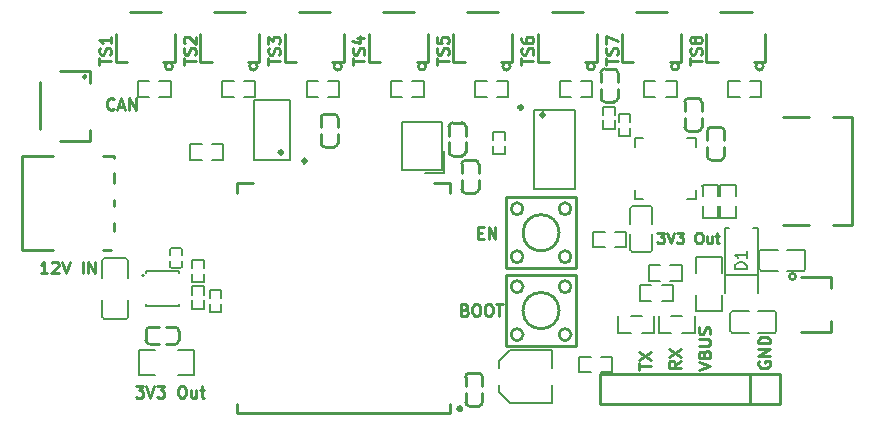
<source format=gbr>
%TF.GenerationSoftware,KiCad,Pcbnew,9.0.6*%
%TF.CreationDate,2026-01-19T16:57:36+01:00*%
%TF.ProjectId,TempWatchtV1,54656d70-5761-4746-9368-7456312e6b69,rev?*%
%TF.SameCoordinates,Original*%
%TF.FileFunction,Legend,Top*%
%TF.FilePolarity,Positive*%
%FSLAX46Y46*%
G04 Gerber Fmt 4.6, Leading zero omitted, Abs format (unit mm)*
G04 Created by KiCad (PCBNEW 9.0.6) date 2026-01-19 16:57:36*
%MOMM*%
%LPD*%
G01*
G04 APERTURE LIST*
%ADD10C,0.250000*%
%ADD11C,0.225000*%
%ADD12C,0.150000*%
%ADD13C,0.300000*%
G04 APERTURE END LIST*
D10*
X153984619Y-95550288D02*
X153984619Y-94978860D01*
X154984619Y-95264574D02*
X153984619Y-95264574D01*
X154937000Y-94693145D02*
X154984619Y-94550288D01*
X154984619Y-94550288D02*
X154984619Y-94312193D01*
X154984619Y-94312193D02*
X154937000Y-94216955D01*
X154937000Y-94216955D02*
X154889380Y-94169336D01*
X154889380Y-94169336D02*
X154794142Y-94121717D01*
X154794142Y-94121717D02*
X154698904Y-94121717D01*
X154698904Y-94121717D02*
X154603666Y-94169336D01*
X154603666Y-94169336D02*
X154556047Y-94216955D01*
X154556047Y-94216955D02*
X154508428Y-94312193D01*
X154508428Y-94312193D02*
X154460809Y-94502669D01*
X154460809Y-94502669D02*
X154413190Y-94597907D01*
X154413190Y-94597907D02*
X154365571Y-94645526D01*
X154365571Y-94645526D02*
X154270333Y-94693145D01*
X154270333Y-94693145D02*
X154175095Y-94693145D01*
X154175095Y-94693145D02*
X154079857Y-94645526D01*
X154079857Y-94645526D02*
X154032238Y-94597907D01*
X154032238Y-94597907D02*
X153984619Y-94502669D01*
X153984619Y-94502669D02*
X153984619Y-94264574D01*
X153984619Y-94264574D02*
X154032238Y-94121717D01*
X153984619Y-93788383D02*
X153984619Y-93121717D01*
X153984619Y-93121717D02*
X154984619Y-93550288D01*
X146824619Y-95550288D02*
X146824619Y-94978860D01*
X147824619Y-95264574D02*
X146824619Y-95264574D01*
X147777000Y-94693145D02*
X147824619Y-94550288D01*
X147824619Y-94550288D02*
X147824619Y-94312193D01*
X147824619Y-94312193D02*
X147777000Y-94216955D01*
X147777000Y-94216955D02*
X147729380Y-94169336D01*
X147729380Y-94169336D02*
X147634142Y-94121717D01*
X147634142Y-94121717D02*
X147538904Y-94121717D01*
X147538904Y-94121717D02*
X147443666Y-94169336D01*
X147443666Y-94169336D02*
X147396047Y-94216955D01*
X147396047Y-94216955D02*
X147348428Y-94312193D01*
X147348428Y-94312193D02*
X147300809Y-94502669D01*
X147300809Y-94502669D02*
X147253190Y-94597907D01*
X147253190Y-94597907D02*
X147205571Y-94645526D01*
X147205571Y-94645526D02*
X147110333Y-94693145D01*
X147110333Y-94693145D02*
X147015095Y-94693145D01*
X147015095Y-94693145D02*
X146919857Y-94645526D01*
X146919857Y-94645526D02*
X146872238Y-94597907D01*
X146872238Y-94597907D02*
X146824619Y-94502669D01*
X146824619Y-94502669D02*
X146824619Y-94264574D01*
X146824619Y-94264574D02*
X146872238Y-94121717D01*
X146824619Y-93264574D02*
X146824619Y-93455050D01*
X146824619Y-93455050D02*
X146872238Y-93550288D01*
X146872238Y-93550288D02*
X146919857Y-93597907D01*
X146919857Y-93597907D02*
X147062714Y-93693145D01*
X147062714Y-93693145D02*
X147253190Y-93740764D01*
X147253190Y-93740764D02*
X147634142Y-93740764D01*
X147634142Y-93740764D02*
X147729380Y-93693145D01*
X147729380Y-93693145D02*
X147777000Y-93645526D01*
X147777000Y-93645526D02*
X147824619Y-93550288D01*
X147824619Y-93550288D02*
X147824619Y-93359812D01*
X147824619Y-93359812D02*
X147777000Y-93264574D01*
X147777000Y-93264574D02*
X147729380Y-93216955D01*
X147729380Y-93216955D02*
X147634142Y-93169336D01*
X147634142Y-93169336D02*
X147396047Y-93169336D01*
X147396047Y-93169336D02*
X147300809Y-93216955D01*
X147300809Y-93216955D02*
X147253190Y-93264574D01*
X147253190Y-93264574D02*
X147205571Y-93359812D01*
X147205571Y-93359812D02*
X147205571Y-93550288D01*
X147205571Y-93550288D02*
X147253190Y-93645526D01*
X147253190Y-93645526D02*
X147300809Y-93693145D01*
X147300809Y-93693145D02*
X147396047Y-93740764D01*
X161844619Y-121370288D02*
X162844619Y-121036955D01*
X162844619Y-121036955D02*
X161844619Y-120703622D01*
X162320809Y-120036955D02*
X162368428Y-119894098D01*
X162368428Y-119894098D02*
X162416047Y-119846479D01*
X162416047Y-119846479D02*
X162511285Y-119798860D01*
X162511285Y-119798860D02*
X162654142Y-119798860D01*
X162654142Y-119798860D02*
X162749380Y-119846479D01*
X162749380Y-119846479D02*
X162797000Y-119894098D01*
X162797000Y-119894098D02*
X162844619Y-119989336D01*
X162844619Y-119989336D02*
X162844619Y-120370288D01*
X162844619Y-120370288D02*
X161844619Y-120370288D01*
X161844619Y-120370288D02*
X161844619Y-120036955D01*
X161844619Y-120036955D02*
X161892238Y-119941717D01*
X161892238Y-119941717D02*
X161939857Y-119894098D01*
X161939857Y-119894098D02*
X162035095Y-119846479D01*
X162035095Y-119846479D02*
X162130333Y-119846479D01*
X162130333Y-119846479D02*
X162225571Y-119894098D01*
X162225571Y-119894098D02*
X162273190Y-119941717D01*
X162273190Y-119941717D02*
X162320809Y-120036955D01*
X162320809Y-120036955D02*
X162320809Y-120370288D01*
X161844619Y-119370288D02*
X162654142Y-119370288D01*
X162654142Y-119370288D02*
X162749380Y-119322669D01*
X162749380Y-119322669D02*
X162797000Y-119275050D01*
X162797000Y-119275050D02*
X162844619Y-119179812D01*
X162844619Y-119179812D02*
X162844619Y-118989336D01*
X162844619Y-118989336D02*
X162797000Y-118894098D01*
X162797000Y-118894098D02*
X162749380Y-118846479D01*
X162749380Y-118846479D02*
X162654142Y-118798860D01*
X162654142Y-118798860D02*
X161844619Y-118798860D01*
X162797000Y-118370288D02*
X162844619Y-118227431D01*
X162844619Y-118227431D02*
X162844619Y-117989336D01*
X162844619Y-117989336D02*
X162797000Y-117894098D01*
X162797000Y-117894098D02*
X162749380Y-117846479D01*
X162749380Y-117846479D02*
X162654142Y-117798860D01*
X162654142Y-117798860D02*
X162558904Y-117798860D01*
X162558904Y-117798860D02*
X162463666Y-117846479D01*
X162463666Y-117846479D02*
X162416047Y-117894098D01*
X162416047Y-117894098D02*
X162368428Y-117989336D01*
X162368428Y-117989336D02*
X162320809Y-118179812D01*
X162320809Y-118179812D02*
X162273190Y-118275050D01*
X162273190Y-118275050D02*
X162225571Y-118322669D01*
X162225571Y-118322669D02*
X162130333Y-118370288D01*
X162130333Y-118370288D02*
X162035095Y-118370288D01*
X162035095Y-118370288D02*
X161939857Y-118322669D01*
X161939857Y-118322669D02*
X161892238Y-118275050D01*
X161892238Y-118275050D02*
X161844619Y-118179812D01*
X161844619Y-118179812D02*
X161844619Y-117941717D01*
X161844619Y-117941717D02*
X161892238Y-117798860D01*
X111094619Y-95550288D02*
X111094619Y-94978860D01*
X112094619Y-95264574D02*
X111094619Y-95264574D01*
X112047000Y-94693145D02*
X112094619Y-94550288D01*
X112094619Y-94550288D02*
X112094619Y-94312193D01*
X112094619Y-94312193D02*
X112047000Y-94216955D01*
X112047000Y-94216955D02*
X111999380Y-94169336D01*
X111999380Y-94169336D02*
X111904142Y-94121717D01*
X111904142Y-94121717D02*
X111808904Y-94121717D01*
X111808904Y-94121717D02*
X111713666Y-94169336D01*
X111713666Y-94169336D02*
X111666047Y-94216955D01*
X111666047Y-94216955D02*
X111618428Y-94312193D01*
X111618428Y-94312193D02*
X111570809Y-94502669D01*
X111570809Y-94502669D02*
X111523190Y-94597907D01*
X111523190Y-94597907D02*
X111475571Y-94645526D01*
X111475571Y-94645526D02*
X111380333Y-94693145D01*
X111380333Y-94693145D02*
X111285095Y-94693145D01*
X111285095Y-94693145D02*
X111189857Y-94645526D01*
X111189857Y-94645526D02*
X111142238Y-94597907D01*
X111142238Y-94597907D02*
X111094619Y-94502669D01*
X111094619Y-94502669D02*
X111094619Y-94264574D01*
X111094619Y-94264574D02*
X111142238Y-94121717D01*
X112094619Y-93169336D02*
X112094619Y-93740764D01*
X112094619Y-93455050D02*
X111094619Y-93455050D01*
X111094619Y-93455050D02*
X111237476Y-93550288D01*
X111237476Y-93550288D02*
X111332714Y-93645526D01*
X111332714Y-93645526D02*
X111380333Y-93740764D01*
X156784619Y-121370288D02*
X156784619Y-120798860D01*
X157784619Y-121084574D02*
X156784619Y-121084574D01*
X156784619Y-120560764D02*
X157784619Y-119894098D01*
X156784619Y-119894098D02*
X157784619Y-120560764D01*
X114187330Y-122744619D02*
X114806377Y-122744619D01*
X114806377Y-122744619D02*
X114473044Y-123125571D01*
X114473044Y-123125571D02*
X114615901Y-123125571D01*
X114615901Y-123125571D02*
X114711139Y-123173190D01*
X114711139Y-123173190D02*
X114758758Y-123220809D01*
X114758758Y-123220809D02*
X114806377Y-123316047D01*
X114806377Y-123316047D02*
X114806377Y-123554142D01*
X114806377Y-123554142D02*
X114758758Y-123649380D01*
X114758758Y-123649380D02*
X114711139Y-123697000D01*
X114711139Y-123697000D02*
X114615901Y-123744619D01*
X114615901Y-123744619D02*
X114330187Y-123744619D01*
X114330187Y-123744619D02*
X114234949Y-123697000D01*
X114234949Y-123697000D02*
X114187330Y-123649380D01*
X115092092Y-122744619D02*
X115425425Y-123744619D01*
X115425425Y-123744619D02*
X115758758Y-122744619D01*
X115996854Y-122744619D02*
X116615901Y-122744619D01*
X116615901Y-122744619D02*
X116282568Y-123125571D01*
X116282568Y-123125571D02*
X116425425Y-123125571D01*
X116425425Y-123125571D02*
X116520663Y-123173190D01*
X116520663Y-123173190D02*
X116568282Y-123220809D01*
X116568282Y-123220809D02*
X116615901Y-123316047D01*
X116615901Y-123316047D02*
X116615901Y-123554142D01*
X116615901Y-123554142D02*
X116568282Y-123649380D01*
X116568282Y-123649380D02*
X116520663Y-123697000D01*
X116520663Y-123697000D02*
X116425425Y-123744619D01*
X116425425Y-123744619D02*
X116139711Y-123744619D01*
X116139711Y-123744619D02*
X116044473Y-123697000D01*
X116044473Y-123697000D02*
X115996854Y-123649380D01*
X117996854Y-122744619D02*
X118187330Y-122744619D01*
X118187330Y-122744619D02*
X118282568Y-122792238D01*
X118282568Y-122792238D02*
X118377806Y-122887476D01*
X118377806Y-122887476D02*
X118425425Y-123077952D01*
X118425425Y-123077952D02*
X118425425Y-123411285D01*
X118425425Y-123411285D02*
X118377806Y-123601761D01*
X118377806Y-123601761D02*
X118282568Y-123697000D01*
X118282568Y-123697000D02*
X118187330Y-123744619D01*
X118187330Y-123744619D02*
X117996854Y-123744619D01*
X117996854Y-123744619D02*
X117901616Y-123697000D01*
X117901616Y-123697000D02*
X117806378Y-123601761D01*
X117806378Y-123601761D02*
X117758759Y-123411285D01*
X117758759Y-123411285D02*
X117758759Y-123077952D01*
X117758759Y-123077952D02*
X117806378Y-122887476D01*
X117806378Y-122887476D02*
X117901616Y-122792238D01*
X117901616Y-122792238D02*
X117996854Y-122744619D01*
X119282568Y-123077952D02*
X119282568Y-123744619D01*
X118853997Y-123077952D02*
X118853997Y-123601761D01*
X118853997Y-123601761D02*
X118901616Y-123697000D01*
X118901616Y-123697000D02*
X118996854Y-123744619D01*
X118996854Y-123744619D02*
X119139711Y-123744619D01*
X119139711Y-123744619D02*
X119234949Y-123697000D01*
X119234949Y-123697000D02*
X119282568Y-123649380D01*
X119615902Y-123077952D02*
X119996854Y-123077952D01*
X119758759Y-122744619D02*
X119758759Y-123601761D01*
X119758759Y-123601761D02*
X119806378Y-123697000D01*
X119806378Y-123697000D02*
X119901616Y-123744619D01*
X119901616Y-123744619D02*
X119996854Y-123744619D01*
X160314619Y-120626003D02*
X159838428Y-120959336D01*
X160314619Y-121197431D02*
X159314619Y-121197431D01*
X159314619Y-121197431D02*
X159314619Y-120816479D01*
X159314619Y-120816479D02*
X159362238Y-120721241D01*
X159362238Y-120721241D02*
X159409857Y-120673622D01*
X159409857Y-120673622D02*
X159505095Y-120626003D01*
X159505095Y-120626003D02*
X159647952Y-120626003D01*
X159647952Y-120626003D02*
X159743190Y-120673622D01*
X159743190Y-120673622D02*
X159790809Y-120721241D01*
X159790809Y-120721241D02*
X159838428Y-120816479D01*
X159838428Y-120816479D02*
X159838428Y-121197431D01*
X159314619Y-120292669D02*
X160314619Y-119626003D01*
X159314619Y-119626003D02*
X160314619Y-120292669D01*
X166942238Y-120673622D02*
X166894619Y-120768860D01*
X166894619Y-120768860D02*
X166894619Y-120911717D01*
X166894619Y-120911717D02*
X166942238Y-121054574D01*
X166942238Y-121054574D02*
X167037476Y-121149812D01*
X167037476Y-121149812D02*
X167132714Y-121197431D01*
X167132714Y-121197431D02*
X167323190Y-121245050D01*
X167323190Y-121245050D02*
X167466047Y-121245050D01*
X167466047Y-121245050D02*
X167656523Y-121197431D01*
X167656523Y-121197431D02*
X167751761Y-121149812D01*
X167751761Y-121149812D02*
X167847000Y-121054574D01*
X167847000Y-121054574D02*
X167894619Y-120911717D01*
X167894619Y-120911717D02*
X167894619Y-120816479D01*
X167894619Y-120816479D02*
X167847000Y-120673622D01*
X167847000Y-120673622D02*
X167799380Y-120626003D01*
X167799380Y-120626003D02*
X167466047Y-120626003D01*
X167466047Y-120626003D02*
X167466047Y-120816479D01*
X167894619Y-120197431D02*
X166894619Y-120197431D01*
X166894619Y-120197431D02*
X167894619Y-119626003D01*
X167894619Y-119626003D02*
X166894619Y-119626003D01*
X167894619Y-119149812D02*
X166894619Y-119149812D01*
X166894619Y-119149812D02*
X166894619Y-118911717D01*
X166894619Y-118911717D02*
X166942238Y-118768860D01*
X166942238Y-118768860D02*
X167037476Y-118673622D01*
X167037476Y-118673622D02*
X167132714Y-118626003D01*
X167132714Y-118626003D02*
X167323190Y-118578384D01*
X167323190Y-118578384D02*
X167466047Y-118578384D01*
X167466047Y-118578384D02*
X167656523Y-118626003D01*
X167656523Y-118626003D02*
X167751761Y-118673622D01*
X167751761Y-118673622D02*
X167847000Y-118768860D01*
X167847000Y-118768860D02*
X167894619Y-118911717D01*
X167894619Y-118911717D02*
X167894619Y-119149812D01*
X125394619Y-95550288D02*
X125394619Y-94978860D01*
X126394619Y-95264574D02*
X125394619Y-95264574D01*
X126347000Y-94693145D02*
X126394619Y-94550288D01*
X126394619Y-94550288D02*
X126394619Y-94312193D01*
X126394619Y-94312193D02*
X126347000Y-94216955D01*
X126347000Y-94216955D02*
X126299380Y-94169336D01*
X126299380Y-94169336D02*
X126204142Y-94121717D01*
X126204142Y-94121717D02*
X126108904Y-94121717D01*
X126108904Y-94121717D02*
X126013666Y-94169336D01*
X126013666Y-94169336D02*
X125966047Y-94216955D01*
X125966047Y-94216955D02*
X125918428Y-94312193D01*
X125918428Y-94312193D02*
X125870809Y-94502669D01*
X125870809Y-94502669D02*
X125823190Y-94597907D01*
X125823190Y-94597907D02*
X125775571Y-94645526D01*
X125775571Y-94645526D02*
X125680333Y-94693145D01*
X125680333Y-94693145D02*
X125585095Y-94693145D01*
X125585095Y-94693145D02*
X125489857Y-94645526D01*
X125489857Y-94645526D02*
X125442238Y-94597907D01*
X125442238Y-94597907D02*
X125394619Y-94502669D01*
X125394619Y-94502669D02*
X125394619Y-94264574D01*
X125394619Y-94264574D02*
X125442238Y-94121717D01*
X125394619Y-93788383D02*
X125394619Y-93169336D01*
X125394619Y-93169336D02*
X125775571Y-93502669D01*
X125775571Y-93502669D02*
X125775571Y-93359812D01*
X125775571Y-93359812D02*
X125823190Y-93264574D01*
X125823190Y-93264574D02*
X125870809Y-93216955D01*
X125870809Y-93216955D02*
X125966047Y-93169336D01*
X125966047Y-93169336D02*
X126204142Y-93169336D01*
X126204142Y-93169336D02*
X126299380Y-93216955D01*
X126299380Y-93216955D02*
X126347000Y-93264574D01*
X126347000Y-93264574D02*
X126394619Y-93359812D01*
X126394619Y-93359812D02*
X126394619Y-93645526D01*
X126394619Y-93645526D02*
X126347000Y-93740764D01*
X126347000Y-93740764D02*
X126299380Y-93788383D01*
X106696377Y-113214675D02*
X106124949Y-113214675D01*
X106410663Y-113214675D02*
X106410663Y-112214675D01*
X106410663Y-112214675D02*
X106315425Y-112357532D01*
X106315425Y-112357532D02*
X106220187Y-112452770D01*
X106220187Y-112452770D02*
X106124949Y-112500389D01*
X107077330Y-112309913D02*
X107124949Y-112262294D01*
X107124949Y-112262294D02*
X107220187Y-112214675D01*
X107220187Y-112214675D02*
X107458282Y-112214675D01*
X107458282Y-112214675D02*
X107553520Y-112262294D01*
X107553520Y-112262294D02*
X107601139Y-112309913D01*
X107601139Y-112309913D02*
X107648758Y-112405151D01*
X107648758Y-112405151D02*
X107648758Y-112500389D01*
X107648758Y-112500389D02*
X107601139Y-112643246D01*
X107601139Y-112643246D02*
X107029711Y-113214675D01*
X107029711Y-113214675D02*
X107648758Y-113214675D01*
X107934473Y-112214675D02*
X108267806Y-113214675D01*
X108267806Y-113214675D02*
X108601139Y-112214675D01*
X109696378Y-113214675D02*
X109696378Y-112214675D01*
X110172568Y-113214675D02*
X110172568Y-112214675D01*
X110172568Y-112214675D02*
X110743996Y-113214675D01*
X110743996Y-113214675D02*
X110743996Y-112214675D01*
X161114619Y-95550288D02*
X161114619Y-94978860D01*
X162114619Y-95264574D02*
X161114619Y-95264574D01*
X162067000Y-94693145D02*
X162114619Y-94550288D01*
X162114619Y-94550288D02*
X162114619Y-94312193D01*
X162114619Y-94312193D02*
X162067000Y-94216955D01*
X162067000Y-94216955D02*
X162019380Y-94169336D01*
X162019380Y-94169336D02*
X161924142Y-94121717D01*
X161924142Y-94121717D02*
X161828904Y-94121717D01*
X161828904Y-94121717D02*
X161733666Y-94169336D01*
X161733666Y-94169336D02*
X161686047Y-94216955D01*
X161686047Y-94216955D02*
X161638428Y-94312193D01*
X161638428Y-94312193D02*
X161590809Y-94502669D01*
X161590809Y-94502669D02*
X161543190Y-94597907D01*
X161543190Y-94597907D02*
X161495571Y-94645526D01*
X161495571Y-94645526D02*
X161400333Y-94693145D01*
X161400333Y-94693145D02*
X161305095Y-94693145D01*
X161305095Y-94693145D02*
X161209857Y-94645526D01*
X161209857Y-94645526D02*
X161162238Y-94597907D01*
X161162238Y-94597907D02*
X161114619Y-94502669D01*
X161114619Y-94502669D02*
X161114619Y-94264574D01*
X161114619Y-94264574D02*
X161162238Y-94121717D01*
X161543190Y-93550288D02*
X161495571Y-93645526D01*
X161495571Y-93645526D02*
X161447952Y-93693145D01*
X161447952Y-93693145D02*
X161352714Y-93740764D01*
X161352714Y-93740764D02*
X161305095Y-93740764D01*
X161305095Y-93740764D02*
X161209857Y-93693145D01*
X161209857Y-93693145D02*
X161162238Y-93645526D01*
X161162238Y-93645526D02*
X161114619Y-93550288D01*
X161114619Y-93550288D02*
X161114619Y-93359812D01*
X161114619Y-93359812D02*
X161162238Y-93264574D01*
X161162238Y-93264574D02*
X161209857Y-93216955D01*
X161209857Y-93216955D02*
X161305095Y-93169336D01*
X161305095Y-93169336D02*
X161352714Y-93169336D01*
X161352714Y-93169336D02*
X161447952Y-93216955D01*
X161447952Y-93216955D02*
X161495571Y-93264574D01*
X161495571Y-93264574D02*
X161543190Y-93359812D01*
X161543190Y-93359812D02*
X161543190Y-93550288D01*
X161543190Y-93550288D02*
X161590809Y-93645526D01*
X161590809Y-93645526D02*
X161638428Y-93693145D01*
X161638428Y-93693145D02*
X161733666Y-93740764D01*
X161733666Y-93740764D02*
X161924142Y-93740764D01*
X161924142Y-93740764D02*
X162019380Y-93693145D01*
X162019380Y-93693145D02*
X162067000Y-93645526D01*
X162067000Y-93645526D02*
X162114619Y-93550288D01*
X162114619Y-93550288D02*
X162114619Y-93359812D01*
X162114619Y-93359812D02*
X162067000Y-93264574D01*
X162067000Y-93264574D02*
X162019380Y-93216955D01*
X162019380Y-93216955D02*
X161924142Y-93169336D01*
X161924142Y-93169336D02*
X161733666Y-93169336D01*
X161733666Y-93169336D02*
X161638428Y-93216955D01*
X161638428Y-93216955D02*
X161590809Y-93264574D01*
X161590809Y-93264574D02*
X161543190Y-93359812D01*
D11*
X158356597Y-109768157D02*
X158913740Y-109768157D01*
X158913740Y-109768157D02*
X158613740Y-110111014D01*
X158613740Y-110111014D02*
X158742311Y-110111014D01*
X158742311Y-110111014D02*
X158828026Y-110153871D01*
X158828026Y-110153871D02*
X158870883Y-110196728D01*
X158870883Y-110196728D02*
X158913740Y-110282442D01*
X158913740Y-110282442D02*
X158913740Y-110496728D01*
X158913740Y-110496728D02*
X158870883Y-110582442D01*
X158870883Y-110582442D02*
X158828026Y-110625300D01*
X158828026Y-110625300D02*
X158742311Y-110668157D01*
X158742311Y-110668157D02*
X158485168Y-110668157D01*
X158485168Y-110668157D02*
X158399454Y-110625300D01*
X158399454Y-110625300D02*
X158356597Y-110582442D01*
X159170883Y-109768157D02*
X159470883Y-110668157D01*
X159470883Y-110668157D02*
X159770883Y-109768157D01*
X159985169Y-109768157D02*
X160542312Y-109768157D01*
X160542312Y-109768157D02*
X160242312Y-110111014D01*
X160242312Y-110111014D02*
X160370883Y-110111014D01*
X160370883Y-110111014D02*
X160456598Y-110153871D01*
X160456598Y-110153871D02*
X160499455Y-110196728D01*
X160499455Y-110196728D02*
X160542312Y-110282442D01*
X160542312Y-110282442D02*
X160542312Y-110496728D01*
X160542312Y-110496728D02*
X160499455Y-110582442D01*
X160499455Y-110582442D02*
X160456598Y-110625300D01*
X160456598Y-110625300D02*
X160370883Y-110668157D01*
X160370883Y-110668157D02*
X160113740Y-110668157D01*
X160113740Y-110668157D02*
X160028026Y-110625300D01*
X160028026Y-110625300D02*
X159985169Y-110582442D01*
X161785169Y-109768157D02*
X161956597Y-109768157D01*
X161956597Y-109768157D02*
X162042312Y-109811014D01*
X162042312Y-109811014D02*
X162128026Y-109896728D01*
X162128026Y-109896728D02*
X162170883Y-110068157D01*
X162170883Y-110068157D02*
X162170883Y-110368157D01*
X162170883Y-110368157D02*
X162128026Y-110539585D01*
X162128026Y-110539585D02*
X162042312Y-110625300D01*
X162042312Y-110625300D02*
X161956597Y-110668157D01*
X161956597Y-110668157D02*
X161785169Y-110668157D01*
X161785169Y-110668157D02*
X161699455Y-110625300D01*
X161699455Y-110625300D02*
X161613740Y-110539585D01*
X161613740Y-110539585D02*
X161570883Y-110368157D01*
X161570883Y-110368157D02*
X161570883Y-110068157D01*
X161570883Y-110068157D02*
X161613740Y-109896728D01*
X161613740Y-109896728D02*
X161699455Y-109811014D01*
X161699455Y-109811014D02*
X161785169Y-109768157D01*
X162942312Y-110068157D02*
X162942312Y-110668157D01*
X162556597Y-110068157D02*
X162556597Y-110539585D01*
X162556597Y-110539585D02*
X162599454Y-110625300D01*
X162599454Y-110625300D02*
X162685169Y-110668157D01*
X162685169Y-110668157D02*
X162813740Y-110668157D01*
X162813740Y-110668157D02*
X162899454Y-110625300D01*
X162899454Y-110625300D02*
X162942312Y-110582442D01*
X163242312Y-110068157D02*
X163585169Y-110068157D01*
X163370883Y-109768157D02*
X163370883Y-110539585D01*
X163370883Y-110539585D02*
X163413740Y-110625300D01*
X163413740Y-110625300D02*
X163499455Y-110668157D01*
X163499455Y-110668157D02*
X163585169Y-110668157D01*
D10*
X112343996Y-99289380D02*
X112296377Y-99337000D01*
X112296377Y-99337000D02*
X112153520Y-99384619D01*
X112153520Y-99384619D02*
X112058282Y-99384619D01*
X112058282Y-99384619D02*
X111915425Y-99337000D01*
X111915425Y-99337000D02*
X111820187Y-99241761D01*
X111820187Y-99241761D02*
X111772568Y-99146523D01*
X111772568Y-99146523D02*
X111724949Y-98956047D01*
X111724949Y-98956047D02*
X111724949Y-98813190D01*
X111724949Y-98813190D02*
X111772568Y-98622714D01*
X111772568Y-98622714D02*
X111820187Y-98527476D01*
X111820187Y-98527476D02*
X111915425Y-98432238D01*
X111915425Y-98432238D02*
X112058282Y-98384619D01*
X112058282Y-98384619D02*
X112153520Y-98384619D01*
X112153520Y-98384619D02*
X112296377Y-98432238D01*
X112296377Y-98432238D02*
X112343996Y-98479857D01*
X112724949Y-99098904D02*
X113201139Y-99098904D01*
X112629711Y-99384619D02*
X112963044Y-98384619D01*
X112963044Y-98384619D02*
X113296377Y-99384619D01*
X113629711Y-99384619D02*
X113629711Y-98384619D01*
X113629711Y-98384619D02*
X114201139Y-99384619D01*
X114201139Y-99384619D02*
X114201139Y-98384619D01*
X142065901Y-116300809D02*
X142208758Y-116348428D01*
X142208758Y-116348428D02*
X142256377Y-116396047D01*
X142256377Y-116396047D02*
X142303996Y-116491285D01*
X142303996Y-116491285D02*
X142303996Y-116634142D01*
X142303996Y-116634142D02*
X142256377Y-116729380D01*
X142256377Y-116729380D02*
X142208758Y-116777000D01*
X142208758Y-116777000D02*
X142113520Y-116824619D01*
X142113520Y-116824619D02*
X141732568Y-116824619D01*
X141732568Y-116824619D02*
X141732568Y-115824619D01*
X141732568Y-115824619D02*
X142065901Y-115824619D01*
X142065901Y-115824619D02*
X142161139Y-115872238D01*
X142161139Y-115872238D02*
X142208758Y-115919857D01*
X142208758Y-115919857D02*
X142256377Y-116015095D01*
X142256377Y-116015095D02*
X142256377Y-116110333D01*
X142256377Y-116110333D02*
X142208758Y-116205571D01*
X142208758Y-116205571D02*
X142161139Y-116253190D01*
X142161139Y-116253190D02*
X142065901Y-116300809D01*
X142065901Y-116300809D02*
X141732568Y-116300809D01*
X142923044Y-115824619D02*
X143113520Y-115824619D01*
X143113520Y-115824619D02*
X143208758Y-115872238D01*
X143208758Y-115872238D02*
X143303996Y-115967476D01*
X143303996Y-115967476D02*
X143351615Y-116157952D01*
X143351615Y-116157952D02*
X143351615Y-116491285D01*
X143351615Y-116491285D02*
X143303996Y-116681761D01*
X143303996Y-116681761D02*
X143208758Y-116777000D01*
X143208758Y-116777000D02*
X143113520Y-116824619D01*
X143113520Y-116824619D02*
X142923044Y-116824619D01*
X142923044Y-116824619D02*
X142827806Y-116777000D01*
X142827806Y-116777000D02*
X142732568Y-116681761D01*
X142732568Y-116681761D02*
X142684949Y-116491285D01*
X142684949Y-116491285D02*
X142684949Y-116157952D01*
X142684949Y-116157952D02*
X142732568Y-115967476D01*
X142732568Y-115967476D02*
X142827806Y-115872238D01*
X142827806Y-115872238D02*
X142923044Y-115824619D01*
X143970663Y-115824619D02*
X144161139Y-115824619D01*
X144161139Y-115824619D02*
X144256377Y-115872238D01*
X144256377Y-115872238D02*
X144351615Y-115967476D01*
X144351615Y-115967476D02*
X144399234Y-116157952D01*
X144399234Y-116157952D02*
X144399234Y-116491285D01*
X144399234Y-116491285D02*
X144351615Y-116681761D01*
X144351615Y-116681761D02*
X144256377Y-116777000D01*
X144256377Y-116777000D02*
X144161139Y-116824619D01*
X144161139Y-116824619D02*
X143970663Y-116824619D01*
X143970663Y-116824619D02*
X143875425Y-116777000D01*
X143875425Y-116777000D02*
X143780187Y-116681761D01*
X143780187Y-116681761D02*
X143732568Y-116491285D01*
X143732568Y-116491285D02*
X143732568Y-116157952D01*
X143732568Y-116157952D02*
X143780187Y-115967476D01*
X143780187Y-115967476D02*
X143875425Y-115872238D01*
X143875425Y-115872238D02*
X143970663Y-115824619D01*
X144684949Y-115824619D02*
X145256377Y-115824619D01*
X144970663Y-116824619D02*
X144970663Y-115824619D01*
X139664619Y-95550288D02*
X139664619Y-94978860D01*
X140664619Y-95264574D02*
X139664619Y-95264574D01*
X140617000Y-94693145D02*
X140664619Y-94550288D01*
X140664619Y-94550288D02*
X140664619Y-94312193D01*
X140664619Y-94312193D02*
X140617000Y-94216955D01*
X140617000Y-94216955D02*
X140569380Y-94169336D01*
X140569380Y-94169336D02*
X140474142Y-94121717D01*
X140474142Y-94121717D02*
X140378904Y-94121717D01*
X140378904Y-94121717D02*
X140283666Y-94169336D01*
X140283666Y-94169336D02*
X140236047Y-94216955D01*
X140236047Y-94216955D02*
X140188428Y-94312193D01*
X140188428Y-94312193D02*
X140140809Y-94502669D01*
X140140809Y-94502669D02*
X140093190Y-94597907D01*
X140093190Y-94597907D02*
X140045571Y-94645526D01*
X140045571Y-94645526D02*
X139950333Y-94693145D01*
X139950333Y-94693145D02*
X139855095Y-94693145D01*
X139855095Y-94693145D02*
X139759857Y-94645526D01*
X139759857Y-94645526D02*
X139712238Y-94597907D01*
X139712238Y-94597907D02*
X139664619Y-94502669D01*
X139664619Y-94502669D02*
X139664619Y-94264574D01*
X139664619Y-94264574D02*
X139712238Y-94121717D01*
X139664619Y-93216955D02*
X139664619Y-93693145D01*
X139664619Y-93693145D02*
X140140809Y-93740764D01*
X140140809Y-93740764D02*
X140093190Y-93693145D01*
X140093190Y-93693145D02*
X140045571Y-93597907D01*
X140045571Y-93597907D02*
X140045571Y-93359812D01*
X140045571Y-93359812D02*
X140093190Y-93264574D01*
X140093190Y-93264574D02*
X140140809Y-93216955D01*
X140140809Y-93216955D02*
X140236047Y-93169336D01*
X140236047Y-93169336D02*
X140474142Y-93169336D01*
X140474142Y-93169336D02*
X140569380Y-93216955D01*
X140569380Y-93216955D02*
X140617000Y-93264574D01*
X140617000Y-93264574D02*
X140664619Y-93359812D01*
X140664619Y-93359812D02*
X140664619Y-93597907D01*
X140664619Y-93597907D02*
X140617000Y-93693145D01*
X140617000Y-93693145D02*
X140569380Y-93740764D01*
X132544619Y-95550288D02*
X132544619Y-94978860D01*
X133544619Y-95264574D02*
X132544619Y-95264574D01*
X133497000Y-94693145D02*
X133544619Y-94550288D01*
X133544619Y-94550288D02*
X133544619Y-94312193D01*
X133544619Y-94312193D02*
X133497000Y-94216955D01*
X133497000Y-94216955D02*
X133449380Y-94169336D01*
X133449380Y-94169336D02*
X133354142Y-94121717D01*
X133354142Y-94121717D02*
X133258904Y-94121717D01*
X133258904Y-94121717D02*
X133163666Y-94169336D01*
X133163666Y-94169336D02*
X133116047Y-94216955D01*
X133116047Y-94216955D02*
X133068428Y-94312193D01*
X133068428Y-94312193D02*
X133020809Y-94502669D01*
X133020809Y-94502669D02*
X132973190Y-94597907D01*
X132973190Y-94597907D02*
X132925571Y-94645526D01*
X132925571Y-94645526D02*
X132830333Y-94693145D01*
X132830333Y-94693145D02*
X132735095Y-94693145D01*
X132735095Y-94693145D02*
X132639857Y-94645526D01*
X132639857Y-94645526D02*
X132592238Y-94597907D01*
X132592238Y-94597907D02*
X132544619Y-94502669D01*
X132544619Y-94502669D02*
X132544619Y-94264574D01*
X132544619Y-94264574D02*
X132592238Y-94121717D01*
X132877952Y-93264574D02*
X133544619Y-93264574D01*
X132497000Y-93502669D02*
X133211285Y-93740764D01*
X133211285Y-93740764D02*
X133211285Y-93121717D01*
X118244619Y-95550288D02*
X118244619Y-94978860D01*
X119244619Y-95264574D02*
X118244619Y-95264574D01*
X119197000Y-94693145D02*
X119244619Y-94550288D01*
X119244619Y-94550288D02*
X119244619Y-94312193D01*
X119244619Y-94312193D02*
X119197000Y-94216955D01*
X119197000Y-94216955D02*
X119149380Y-94169336D01*
X119149380Y-94169336D02*
X119054142Y-94121717D01*
X119054142Y-94121717D02*
X118958904Y-94121717D01*
X118958904Y-94121717D02*
X118863666Y-94169336D01*
X118863666Y-94169336D02*
X118816047Y-94216955D01*
X118816047Y-94216955D02*
X118768428Y-94312193D01*
X118768428Y-94312193D02*
X118720809Y-94502669D01*
X118720809Y-94502669D02*
X118673190Y-94597907D01*
X118673190Y-94597907D02*
X118625571Y-94645526D01*
X118625571Y-94645526D02*
X118530333Y-94693145D01*
X118530333Y-94693145D02*
X118435095Y-94693145D01*
X118435095Y-94693145D02*
X118339857Y-94645526D01*
X118339857Y-94645526D02*
X118292238Y-94597907D01*
X118292238Y-94597907D02*
X118244619Y-94502669D01*
X118244619Y-94502669D02*
X118244619Y-94264574D01*
X118244619Y-94264574D02*
X118292238Y-94121717D01*
X118339857Y-93740764D02*
X118292238Y-93693145D01*
X118292238Y-93693145D02*
X118244619Y-93597907D01*
X118244619Y-93597907D02*
X118244619Y-93359812D01*
X118244619Y-93359812D02*
X118292238Y-93264574D01*
X118292238Y-93264574D02*
X118339857Y-93216955D01*
X118339857Y-93216955D02*
X118435095Y-93169336D01*
X118435095Y-93169336D02*
X118530333Y-93169336D01*
X118530333Y-93169336D02*
X118673190Y-93216955D01*
X118673190Y-93216955D02*
X119244619Y-93788383D01*
X119244619Y-93788383D02*
X119244619Y-93169336D01*
X143152568Y-109770809D02*
X143485901Y-109770809D01*
X143628758Y-110294619D02*
X143152568Y-110294619D01*
X143152568Y-110294619D02*
X143152568Y-109294619D01*
X143152568Y-109294619D02*
X143628758Y-109294619D01*
X144057330Y-110294619D02*
X144057330Y-109294619D01*
X144057330Y-109294619D02*
X144628758Y-110294619D01*
X144628758Y-110294619D02*
X144628758Y-109294619D01*
D12*
X165904819Y-112863094D02*
X164904819Y-112863094D01*
X164904819Y-112863094D02*
X164904819Y-112624999D01*
X164904819Y-112624999D02*
X164952438Y-112482142D01*
X164952438Y-112482142D02*
X165047676Y-112386904D01*
X165047676Y-112386904D02*
X165142914Y-112339285D01*
X165142914Y-112339285D02*
X165333390Y-112291666D01*
X165333390Y-112291666D02*
X165476247Y-112291666D01*
X165476247Y-112291666D02*
X165666723Y-112339285D01*
X165666723Y-112339285D02*
X165761961Y-112386904D01*
X165761961Y-112386904D02*
X165857200Y-112482142D01*
X165857200Y-112482142D02*
X165904819Y-112624999D01*
X165904819Y-112624999D02*
X165904819Y-112863094D01*
X165904819Y-111339285D02*
X165904819Y-111910713D01*
X165904819Y-111624999D02*
X164904819Y-111624999D01*
X164904819Y-111624999D02*
X165047676Y-111720237D01*
X165047676Y-111720237D02*
X165142914Y-111815475D01*
X165142914Y-111815475D02*
X165190533Y-111910713D01*
D10*
%TO.C,U3*%
X122737500Y-124292500D02*
X122737500Y-125072500D01*
X140757500Y-125072500D02*
X140757500Y-124292500D01*
X140757500Y-125072500D02*
X122737500Y-125072500D01*
X124087500Y-105572500D02*
X122737500Y-105572500D01*
X122737500Y-105572500D02*
X122737500Y-106422500D01*
X140757500Y-106422500D02*
X140757500Y-105572500D01*
X140757500Y-105572500D02*
X139427500Y-105572500D01*
X141797500Y-124672500D02*
G75*
G02*
X141437500Y-124672500I-180000J0D01*
G01*
X141437500Y-124672500D02*
G75*
G02*
X141797500Y-124672500I180000J0D01*
G01*
D12*
%TO.C,C5*%
X144950000Y-120640000D02*
X144950000Y-121200000D01*
X144950000Y-122660000D02*
X144950000Y-123220000D01*
X144950000Y-123220000D02*
X144950000Y-123220000D01*
X145890000Y-119710000D02*
X144950000Y-120640000D01*
X145890000Y-124160000D02*
X144950000Y-123220000D01*
X149400000Y-119710000D02*
X145890000Y-119710000D01*
X149400000Y-121200000D02*
X149400000Y-119710000D01*
X149400000Y-124160000D02*
X145890000Y-124160000D01*
X149400000Y-124160000D02*
X149400000Y-122660000D01*
%TO.C,C16*%
X156070000Y-107650000D02*
X156070000Y-109060000D01*
X156070000Y-111270000D02*
X156070000Y-109860000D01*
X157720000Y-107500000D02*
X156220000Y-107500000D01*
X157720000Y-111420000D02*
X156220000Y-111420000D01*
X157870000Y-109060000D02*
X157870000Y-107650000D01*
X157870000Y-109860000D02*
X157870000Y-111270000D01*
X156070000Y-107650000D02*
G75*
G02*
X156220000Y-107500000I150000J0D01*
G01*
X156220000Y-111420000D02*
G75*
G02*
X156070000Y-111270000I0J150000D01*
G01*
X157720000Y-107500000D02*
G75*
G02*
X157870000Y-107650000I0J-150000D01*
G01*
X157870000Y-111270000D02*
G75*
G02*
X157720000Y-111420000I-150000J0D01*
G01*
D10*
%TO.C,CN2*%
X119642857Y-95307500D02*
X119642857Y-92987500D01*
X120612857Y-95307500D02*
X119642857Y-95307500D01*
X123462857Y-91057500D02*
X120822857Y-91057500D01*
X124512857Y-95307500D02*
X124642857Y-95307500D01*
X124642857Y-95307500D02*
X123672857Y-95307500D01*
X124642857Y-95307500D02*
X124642857Y-92987500D01*
X124462857Y-95687500D02*
G75*
G02*
X123822857Y-95687500I-320000J0D01*
G01*
X123822857Y-95687500D02*
G75*
G02*
X124462857Y-95687500I320000J0D01*
G01*
%TO.C,C7*%
X160670000Y-99505000D02*
X160670000Y-98705000D01*
X160670000Y-100065000D02*
X160670000Y-100865000D01*
X160980000Y-98395000D02*
X161780000Y-98395000D01*
X161780000Y-101175000D02*
X160980000Y-101175000D01*
X162090000Y-99505000D02*
X162090000Y-98705000D01*
X162090000Y-100065000D02*
X162090000Y-100865000D01*
X160670000Y-98705000D02*
G75*
G02*
X160980000Y-98395000I310000J0D01*
G01*
X160980000Y-101175000D02*
G75*
G02*
X160670000Y-100865000I0J310000D01*
G01*
X161780000Y-98395000D02*
G75*
G02*
X162090000Y-98705000I0J-310000D01*
G01*
X162090000Y-100865000D02*
G75*
G02*
X161780000Y-101175000I-310000J0D01*
G01*
D12*
%TO.C,U1*%
X147875000Y-99400000D02*
X151415000Y-99400000D01*
X147875000Y-106060000D02*
X147875000Y-99400000D01*
X151415000Y-99400000D02*
X151415000Y-106060000D01*
X151415000Y-106060000D02*
X147875000Y-106060000D01*
D13*
X146925000Y-99170000D02*
G75*
G02*
X146625000Y-99170000I-150000J0D01*
G01*
X146625000Y-99170000D02*
G75*
G02*
X146925000Y-99170000I150000J0D01*
G01*
X148775000Y-99800000D02*
G75*
G02*
X148475000Y-99800000I-150000J0D01*
G01*
X148475000Y-99800000D02*
G75*
G02*
X148775000Y-99800000I150000J0D01*
G01*
D12*
%TO.C,R14*%
X162190000Y-105720000D02*
X162190000Y-106680000D01*
X162190000Y-108500000D02*
X162190000Y-107540000D01*
X163510000Y-105720000D02*
X162190000Y-105720000D01*
X163510000Y-106680000D02*
X163510000Y-105720000D01*
X163510000Y-107540000D02*
X163510000Y-108500000D01*
X163510000Y-108500000D02*
X162190000Y-108500000D01*
D10*
%TO.C,CN11*%
X104580000Y-103255348D02*
X107150000Y-103255348D01*
X104580000Y-111255348D02*
X104580000Y-103255348D01*
X104580000Y-111255348D02*
X107150000Y-111255348D01*
X111410000Y-103255348D02*
X112380000Y-103255348D01*
X111410000Y-111255348D02*
X112120000Y-111255348D01*
X112380000Y-103255348D02*
X112380000Y-103415348D01*
X112380000Y-104695348D02*
X112380000Y-105525348D01*
X112380000Y-106985348D02*
X112380000Y-107525348D01*
X112380000Y-108985348D02*
X112380000Y-109615348D01*
%TO.C,CN7*%
X155357143Y-95307500D02*
X155357143Y-92987500D01*
X156327143Y-95307500D02*
X155357143Y-95307500D01*
X159177143Y-91057500D02*
X156537143Y-91057500D01*
X160227143Y-95307500D02*
X160357143Y-95307500D01*
X160357143Y-95307500D02*
X159387143Y-95307500D01*
X160357143Y-95307500D02*
X160357143Y-92987500D01*
X160177143Y-95687500D02*
G75*
G02*
X159537143Y-95687500I-320000J0D01*
G01*
X159537143Y-95687500D02*
G75*
G02*
X160177143Y-95687500I320000J0D01*
G01*
D12*
%TO.C,R2*%
X121502857Y-96967500D02*
X121502857Y-98287500D01*
X121502857Y-98287500D02*
X122462857Y-98287500D01*
X122462857Y-96967500D02*
X121502857Y-96967500D01*
X123322857Y-96967500D02*
X124282857Y-96967500D01*
X124282857Y-96967500D02*
X124282857Y-98287500D01*
X124282857Y-98287500D02*
X123322857Y-98287500D01*
D10*
%TO.C,C8*%
X115050000Y-118900000D02*
X115050000Y-118100000D01*
X116160000Y-117790000D02*
X115360000Y-117790000D01*
X116160000Y-119210000D02*
X115360000Y-119210000D01*
X116720000Y-117790000D02*
X117520000Y-117790000D01*
X116720000Y-119210000D02*
X117520000Y-119210000D01*
X117830000Y-118100000D02*
X117830000Y-118900000D01*
X115050000Y-118100000D02*
G75*
G02*
X115360000Y-117790000I310000J0D01*
G01*
X115360000Y-119210000D02*
G75*
G02*
X115050000Y-118900000I0J310000D01*
G01*
X117520000Y-117790000D02*
G75*
G02*
X117830000Y-118100000I0J-310000D01*
G01*
X117830000Y-118900000D02*
G75*
G02*
X117520000Y-119210000I-310000J0D01*
G01*
D12*
%TO.C,R17*%
X157635000Y-112515000D02*
X158595000Y-112515000D01*
X157635000Y-113835000D02*
X157635000Y-112515000D01*
X158595000Y-113835000D02*
X157635000Y-113835000D01*
X159455000Y-113835000D02*
X160415000Y-113835000D01*
X160415000Y-112515000D02*
X159455000Y-112515000D01*
X160415000Y-113835000D02*
X160415000Y-112515000D01*
%TO.C,U7*%
X115040000Y-113000000D02*
X115040000Y-113150000D01*
X115040000Y-113000000D02*
X117840000Y-113000000D01*
X115040000Y-115850000D02*
X115040000Y-116000000D01*
X115040000Y-116000000D02*
X117840000Y-116000000D01*
X117840000Y-113000000D02*
X117840000Y-113150000D01*
X117840000Y-115850000D02*
X117840000Y-116000000D01*
X114870000Y-113410000D02*
G75*
G02*
X114710000Y-113410000I-80000J0D01*
G01*
X114710000Y-113410000D02*
G75*
G02*
X114870000Y-113410000I80000J0D01*
G01*
D10*
%TO.C,C4*%
X142110000Y-122775000D02*
X142110000Y-121975000D01*
X142110000Y-123335000D02*
X142110000Y-124135000D01*
X142420000Y-121665000D02*
X143220000Y-121665000D01*
X143220000Y-124445000D02*
X142420000Y-124445000D01*
X143530000Y-122775000D02*
X143530000Y-121975000D01*
X143530000Y-123335000D02*
X143530000Y-124135000D01*
X142110000Y-121975000D02*
G75*
G02*
X142420000Y-121665000I310000J0D01*
G01*
X142420000Y-124445000D02*
G75*
G02*
X142110000Y-124135000I0J310000D01*
G01*
X143220000Y-121665000D02*
G75*
G02*
X143530000Y-121975000I0J-310000D01*
G01*
X143530000Y-124135000D02*
G75*
G02*
X143220000Y-124445000I-310000J0D01*
G01*
D12*
%TO.C,C9*%
X117070000Y-111700000D02*
X117070000Y-111200000D01*
X117070000Y-112640000D02*
X117070000Y-112140000D01*
X117220000Y-111050000D02*
X117920000Y-111050000D01*
X117920000Y-112790000D02*
X117220000Y-112790000D01*
X118070000Y-111200000D02*
X118070000Y-111700000D01*
X118070000Y-112140000D02*
X118070000Y-112640000D01*
X117070000Y-111200000D02*
G75*
G02*
X117220000Y-111050000I150000J0D01*
G01*
X117220000Y-112790000D02*
G75*
G02*
X117070000Y-112640000I0J150000D01*
G01*
X117920000Y-111050000D02*
G75*
G02*
X118070000Y-111200000I0J-150000D01*
G01*
X118070000Y-112640000D02*
G75*
G02*
X117920000Y-112790000I-150000J0D01*
G01*
D10*
%TO.C,CN5*%
X141071429Y-95307500D02*
X141071429Y-92987500D01*
X142041429Y-95307500D02*
X141071429Y-95307500D01*
X144891429Y-91057500D02*
X142251429Y-91057500D01*
X145941429Y-95307500D02*
X146071429Y-95307500D01*
X146071429Y-95307500D02*
X145101429Y-95307500D01*
X146071429Y-95307500D02*
X146071429Y-92987500D01*
X145891429Y-95687500D02*
G75*
G02*
X145251429Y-95687500I-320000J0D01*
G01*
X145251429Y-95687500D02*
G75*
G02*
X145891429Y-95687500I320000J0D01*
G01*
%TO.C,CN1*%
X112500000Y-95307500D02*
X112500000Y-92987500D01*
X113470000Y-95307500D02*
X112500000Y-95307500D01*
X116320000Y-91057500D02*
X113680000Y-91057500D01*
X117370000Y-95307500D02*
X117500000Y-95307500D01*
X117500000Y-95307500D02*
X116530000Y-95307500D01*
X117500000Y-95307500D02*
X117500000Y-92987500D01*
X117320000Y-95687500D02*
G75*
G02*
X116680000Y-95687500I-320000J0D01*
G01*
X116680000Y-95687500D02*
G75*
G02*
X117320000Y-95687500I320000J0D01*
G01*
D12*
%TO.C,X2*%
X136715000Y-100425000D02*
X140075000Y-100425000D01*
X136715000Y-104485000D02*
X136715000Y-100425000D01*
X138645000Y-104715000D02*
X140305000Y-104715000D01*
X140075000Y-100425000D02*
X140075000Y-104485000D01*
X140075000Y-104485000D02*
X136715000Y-104485000D01*
X140305000Y-104715000D02*
X140305000Y-102855000D01*
D10*
%TO.C,CN10*%
X106090000Y-97055000D02*
X106090000Y-100955000D01*
X110350000Y-96055000D02*
X107750000Y-96055000D01*
X110350000Y-97135000D02*
X110350000Y-96055000D01*
X110350000Y-101115000D02*
X110350000Y-102035000D01*
X110350000Y-102035000D02*
X107740000Y-102035000D01*
X109980000Y-96575000D02*
G75*
G02*
X109740000Y-96575000I-120000J0D01*
G01*
X109740000Y-96575000D02*
G75*
G02*
X109980000Y-96575000I120000J0D01*
G01*
D12*
%TO.C,C15*%
X166965000Y-112850000D02*
X166965000Y-111350000D01*
X167115000Y-111200000D02*
X168525000Y-111200000D01*
X168525000Y-113000000D02*
X167115000Y-113000000D01*
X169325000Y-113000000D02*
X170735000Y-113000000D01*
X170735000Y-111200000D02*
X169325000Y-111200000D01*
X170885000Y-112850000D02*
X170885000Y-111350000D01*
X166965000Y-111350000D02*
G75*
G02*
X167115000Y-111200000I150000J0D01*
G01*
X167115000Y-113000000D02*
G75*
G02*
X166965000Y-112850000I0J150000D01*
G01*
X170735000Y-111200000D02*
G75*
G02*
X170885000Y-111350000I0J-150000D01*
G01*
X170885000Y-112850000D02*
G75*
G02*
X170735000Y-113000000I-150000J0D01*
G01*
%TO.C,R4*%
X135788571Y-96967500D02*
X135788571Y-98287500D01*
X135788571Y-98287500D02*
X136748571Y-98287500D01*
X136748571Y-96967500D02*
X135788571Y-96967500D01*
X137608571Y-96967500D02*
X138568571Y-96967500D01*
X138568571Y-96967500D02*
X138568571Y-98287500D01*
X138568571Y-98287500D02*
X137608571Y-98287500D01*
%TO.C,D1*%
X164050000Y-109395000D02*
X164450000Y-109395000D01*
X164050000Y-113325000D02*
X166850000Y-113325000D01*
X164050000Y-114855000D02*
X164050000Y-109395000D01*
X166850000Y-109395000D02*
X166450000Y-109395000D01*
X166850000Y-114855000D02*
X166850000Y-109395000D01*
D10*
%TO.C,CN6*%
X148214286Y-95307500D02*
X148214286Y-92987500D01*
X149184286Y-95307500D02*
X148214286Y-95307500D01*
X152034286Y-91057500D02*
X149394286Y-91057500D01*
X153084286Y-95307500D02*
X153214286Y-95307500D01*
X153214286Y-95307500D02*
X152244286Y-95307500D01*
X153214286Y-95307500D02*
X153214286Y-92987500D01*
X153034286Y-95687500D02*
G75*
G02*
X152394286Y-95687500I-320000J0D01*
G01*
X152394286Y-95687500D02*
G75*
G02*
X153034286Y-95687500I320000J0D01*
G01*
D12*
%TO.C,R21*%
X118810000Y-102305348D02*
X119770000Y-102305348D01*
X118810000Y-103625348D02*
X118810000Y-102305348D01*
X119770000Y-103625348D02*
X118810000Y-103625348D01*
X120630000Y-103625348D02*
X121590000Y-103625348D01*
X121590000Y-102305348D02*
X120630000Y-102305348D01*
X121590000Y-103625348D02*
X121590000Y-102305348D01*
%TO.C,R12*%
X151730000Y-120270000D02*
X151730000Y-121590000D01*
X151730000Y-121590000D02*
X152690000Y-121590000D01*
X152690000Y-120270000D02*
X151730000Y-120270000D01*
X153550000Y-120270000D02*
X154510000Y-120270000D01*
X154510000Y-120270000D02*
X154510000Y-121590000D01*
X154510000Y-121590000D02*
X153550000Y-121590000D01*
D10*
%TO.C,C11*%
X129865000Y-100845000D02*
X129865000Y-100045000D01*
X129865000Y-101405000D02*
X129865000Y-102205000D01*
X130175000Y-99735000D02*
X130975000Y-99735000D01*
X130975000Y-102515000D02*
X130175000Y-102515000D01*
X131285000Y-100845000D02*
X131285000Y-100045000D01*
X131285000Y-101405000D02*
X131285000Y-102205000D01*
X129865000Y-100045000D02*
G75*
G02*
X130175000Y-99735000I310000J0D01*
G01*
X130175000Y-102515000D02*
G75*
G02*
X129865000Y-102205000I0J310000D01*
G01*
X130975000Y-99735000D02*
G75*
G02*
X131285000Y-100045000I0J-310000D01*
G01*
X131285000Y-102205000D02*
G75*
G02*
X130975000Y-102515000I-310000J0D01*
G01*
D12*
%TO.C,U6*%
X156420000Y-101755000D02*
X156420000Y-102505000D01*
X156420000Y-106915000D02*
X156420000Y-106165000D01*
X157170000Y-101755000D02*
X156420000Y-101755000D01*
X157170000Y-106915000D02*
X156420000Y-106915000D01*
X160830000Y-101755000D02*
X161580000Y-101755000D01*
X160830000Y-106915000D02*
X161580000Y-106915000D01*
X161580000Y-101755000D02*
X161580000Y-102505000D01*
X161580000Y-106915000D02*
X161580000Y-106165000D01*
X162200000Y-105835000D02*
G75*
G02*
X162060000Y-105835000I-70000J0D01*
G01*
X162060000Y-105835000D02*
G75*
G02*
X162200000Y-105835000I70000J0D01*
G01*
D10*
%TO.C,C3*%
X153570000Y-97020000D02*
X153570000Y-96220000D01*
X153570000Y-97580000D02*
X153570000Y-98380000D01*
X153880000Y-95910000D02*
X154680000Y-95910000D01*
X154680000Y-98690000D02*
X153880000Y-98690000D01*
X154990000Y-97020000D02*
X154990000Y-96220000D01*
X154990000Y-97580000D02*
X154990000Y-98380000D01*
X153570000Y-96220000D02*
G75*
G02*
X153880000Y-95910000I310000J0D01*
G01*
X153880000Y-98690000D02*
G75*
G02*
X153570000Y-98380000I0J310000D01*
G01*
X154680000Y-95910000D02*
G75*
G02*
X154990000Y-96220000I0J-310000D01*
G01*
X154990000Y-98380000D02*
G75*
G02*
X154680000Y-98690000I-310000J0D01*
G01*
%TO.C,H1*%
X153490000Y-124260000D02*
X153490000Y-121760000D01*
X153490000Y-124260000D02*
X168730000Y-124260000D01*
X166190000Y-124260000D02*
X166190000Y-121760000D01*
X168730000Y-121760000D02*
X153490000Y-121760000D01*
X168730000Y-124260000D02*
X168730000Y-121760000D01*
D12*
%TO.C,R7*%
X157217143Y-96967500D02*
X157217143Y-98287500D01*
X157217143Y-98287500D02*
X158177143Y-98287500D01*
X158177143Y-96967500D02*
X157217143Y-96967500D01*
X159037143Y-96967500D02*
X159997143Y-96967500D01*
X159997143Y-96967500D02*
X159997143Y-98287500D01*
X159997143Y-98287500D02*
X159037143Y-98287500D01*
%TO.C,R10*%
X153770000Y-99090000D02*
X153770000Y-99800000D01*
X153770000Y-100970000D02*
X153770000Y-100260000D01*
X154770000Y-99090000D02*
X153770000Y-99090000D01*
X154770000Y-99800000D02*
X154770000Y-99090000D01*
X154770000Y-100260000D02*
X154770000Y-100970000D01*
X154770000Y-100970000D02*
X153770000Y-100970000D01*
%TO.C,R16*%
X156885000Y-114215000D02*
X156885000Y-115535000D01*
X156885000Y-115535000D02*
X157845000Y-115535000D01*
X157845000Y-114215000D02*
X156885000Y-114215000D01*
X158705000Y-114215000D02*
X159665000Y-114215000D01*
X159665000Y-114215000D02*
X159665000Y-115535000D01*
X159665000Y-115535000D02*
X158705000Y-115535000D01*
%TO.C,C14*%
X164515000Y-118075000D02*
X164515000Y-116575000D01*
X164665000Y-116425000D02*
X166075000Y-116425000D01*
X166075000Y-118225000D02*
X164665000Y-118225000D01*
X166875000Y-118225000D02*
X168285000Y-118225000D01*
X168285000Y-116425000D02*
X166875000Y-116425000D01*
X168435000Y-118075000D02*
X168435000Y-116575000D01*
X164515000Y-116575000D02*
G75*
G02*
X164665000Y-116425000I150000J0D01*
G01*
X164665000Y-118225000D02*
G75*
G02*
X164515000Y-118075000I0J150000D01*
G01*
X168285000Y-116425000D02*
G75*
G02*
X168435000Y-116575000I0J-150000D01*
G01*
X168435000Y-118075000D02*
G75*
G02*
X168285000Y-118225000I-150000J0D01*
G01*
D10*
%TO.C,C2*%
X141785000Y-104750000D02*
X141785000Y-103950000D01*
X141785000Y-105310000D02*
X141785000Y-106110000D01*
X142095000Y-103640000D02*
X142895000Y-103640000D01*
X142895000Y-106420000D02*
X142095000Y-106420000D01*
X143205000Y-104750000D02*
X143205000Y-103950000D01*
X143205000Y-105310000D02*
X143205000Y-106110000D01*
X141785000Y-103950000D02*
G75*
G02*
X142095000Y-103640000I310000J0D01*
G01*
X142095000Y-106420000D02*
G75*
G02*
X141785000Y-106110000I0J310000D01*
G01*
X142895000Y-103640000D02*
G75*
G02*
X143205000Y-103950000I0J-310000D01*
G01*
X143205000Y-106110000D02*
G75*
G02*
X142895000Y-106420000I-310000J0D01*
G01*
%TO.C,U5*%
X168970000Y-109155000D02*
X171160000Y-109155000D01*
X171160000Y-100005000D02*
X168970000Y-100005000D01*
X173230000Y-109155000D02*
X174850000Y-109155000D01*
X174850000Y-100005000D02*
X173230000Y-100005000D01*
X174850000Y-109155000D02*
X174850000Y-100005000D01*
D12*
%TO.C,R9*%
X144445000Y-101235000D02*
X144445000Y-101945000D01*
X144445000Y-103115000D02*
X144445000Y-102405000D01*
X145445000Y-101235000D02*
X144445000Y-101235000D01*
X145445000Y-101945000D02*
X145445000Y-101235000D01*
X145445000Y-102405000D02*
X145445000Y-103115000D01*
X145445000Y-103115000D02*
X144445000Y-103115000D01*
%TO.C,R26*%
X161620000Y-111815000D02*
X161620000Y-113175000D01*
X161620000Y-116435000D02*
X161620000Y-115075000D01*
X163780000Y-111815000D02*
X161620000Y-111815000D01*
X163780000Y-113175000D02*
X163780000Y-111815000D01*
X163780000Y-115075000D02*
X163780000Y-116435000D01*
X163780000Y-116435000D02*
X161620000Y-116435000D01*
%TO.C,R5*%
X142931429Y-96967500D02*
X142931429Y-98287500D01*
X142931429Y-98287500D02*
X143891429Y-98287500D01*
X143891429Y-96967500D02*
X142931429Y-96967500D01*
X144751429Y-96967500D02*
X145711429Y-96967500D01*
X145711429Y-96967500D02*
X145711429Y-98287500D01*
X145711429Y-98287500D02*
X144751429Y-98287500D01*
D10*
%TO.C,SW2*%
X145500000Y-106780000D02*
X151500000Y-106780000D01*
X145500000Y-112780000D02*
X145500000Y-106780000D01*
X151500000Y-106780000D02*
X151500000Y-112780000D01*
X151500000Y-112780000D02*
X145500000Y-112780000D01*
X146980000Y-107750000D02*
G75*
G02*
X145960000Y-107750000I-510000J0D01*
G01*
X145960000Y-107750000D02*
G75*
G02*
X146980000Y-107750000I510000J0D01*
G01*
X146980000Y-111810000D02*
G75*
G02*
X145960000Y-111810000I-510000J0D01*
G01*
X145960000Y-111810000D02*
G75*
G02*
X146980000Y-111810000I510000J0D01*
G01*
X150030000Y-109780000D02*
G75*
G02*
X146970000Y-109780000I-1530000J0D01*
G01*
X146970000Y-109780000D02*
G75*
G02*
X150030000Y-109780000I1530000J0D01*
G01*
X151040000Y-107750000D02*
G75*
G02*
X150020000Y-107750000I-510000J0D01*
G01*
X150020000Y-107750000D02*
G75*
G02*
X151040000Y-107750000I510000J0D01*
G01*
X151040000Y-111810000D02*
G75*
G02*
X150020000Y-111810000I-510000J0D01*
G01*
X150020000Y-111810000D02*
G75*
G02*
X151040000Y-111810000I510000J0D01*
G01*
D12*
%TO.C,R1*%
X114360000Y-96967500D02*
X114360000Y-98287500D01*
X114360000Y-98287500D02*
X115320000Y-98287500D01*
X115320000Y-96967500D02*
X114360000Y-96967500D01*
X116180000Y-96967500D02*
X117140000Y-96967500D01*
X117140000Y-96967500D02*
X117140000Y-98287500D01*
X117140000Y-98287500D02*
X116180000Y-98287500D01*
D10*
%TO.C,SW1*%
X145500000Y-113370000D02*
X151500000Y-113370000D01*
X145500000Y-119370000D02*
X145500000Y-113370000D01*
X151500000Y-113370000D02*
X151500000Y-119370000D01*
X151500000Y-119370000D02*
X145500000Y-119370000D01*
X146980000Y-114340000D02*
G75*
G02*
X145960000Y-114340000I-510000J0D01*
G01*
X145960000Y-114340000D02*
G75*
G02*
X146980000Y-114340000I510000J0D01*
G01*
X146980000Y-118400000D02*
G75*
G02*
X145960000Y-118400000I-510000J0D01*
G01*
X145960000Y-118400000D02*
G75*
G02*
X146980000Y-118400000I510000J0D01*
G01*
X150030000Y-116370000D02*
G75*
G02*
X146970000Y-116370000I-1530000J0D01*
G01*
X146970000Y-116370000D02*
G75*
G02*
X150030000Y-116370000I1530000J0D01*
G01*
X151040000Y-114340000D02*
G75*
G02*
X150020000Y-114340000I-510000J0D01*
G01*
X150020000Y-114340000D02*
G75*
G02*
X151040000Y-114340000I510000J0D01*
G01*
X151040000Y-118400000D02*
G75*
G02*
X150020000Y-118400000I-510000J0D01*
G01*
X150020000Y-118400000D02*
G75*
G02*
X151040000Y-118400000I510000J0D01*
G01*
D12*
%TO.C,R19*%
X118940000Y-112060000D02*
X119940000Y-112060000D01*
X118940000Y-112770000D02*
X118940000Y-112060000D01*
X118940000Y-113230000D02*
X118940000Y-113940000D01*
X118940000Y-113940000D02*
X119940000Y-113940000D01*
X119940000Y-112060000D02*
X119940000Y-112770000D01*
X119940000Y-113940000D02*
X119940000Y-113230000D01*
%TO.C,R15*%
X163690000Y-105720000D02*
X163690000Y-106680000D01*
X163690000Y-108500000D02*
X163690000Y-107540000D01*
X165010000Y-105720000D02*
X163690000Y-105720000D01*
X165010000Y-106680000D02*
X165010000Y-105720000D01*
X165010000Y-107540000D02*
X165010000Y-108500000D01*
X165010000Y-108500000D02*
X163690000Y-108500000D01*
%TO.C,R11*%
X155070000Y-99715000D02*
X155070000Y-100425000D01*
X155070000Y-101595000D02*
X155070000Y-100885000D01*
X156070000Y-99715000D02*
X155070000Y-99715000D01*
X156070000Y-100425000D02*
X156070000Y-99715000D01*
X156070000Y-100885000D02*
X156070000Y-101595000D01*
X156070000Y-101595000D02*
X155070000Y-101595000D01*
D10*
%TO.C,C6*%
X162590000Y-101955000D02*
X162590000Y-101155000D01*
X162590000Y-102515000D02*
X162590000Y-103315000D01*
X162900000Y-100845000D02*
X163700000Y-100845000D01*
X163700000Y-103625000D02*
X162900000Y-103625000D01*
X164010000Y-101955000D02*
X164010000Y-101155000D01*
X164010000Y-102515000D02*
X164010000Y-103315000D01*
X162590000Y-101155000D02*
G75*
G02*
X162900000Y-100845000I310000J0D01*
G01*
X162900000Y-103625000D02*
G75*
G02*
X162590000Y-103315000I0J310000D01*
G01*
X163700000Y-100845000D02*
G75*
G02*
X164010000Y-101155000I0J-310000D01*
G01*
X164010000Y-103315000D02*
G75*
G02*
X163700000Y-103625000I-310000J0D01*
G01*
%TO.C,C1*%
X140700000Y-101575000D02*
X140700000Y-100775000D01*
X140700000Y-102135000D02*
X140700000Y-102935000D01*
X141010000Y-100465000D02*
X141810000Y-100465000D01*
X141810000Y-103245000D02*
X141010000Y-103245000D01*
X142120000Y-101575000D02*
X142120000Y-100775000D01*
X142120000Y-102135000D02*
X142120000Y-102935000D01*
X140700000Y-100775000D02*
G75*
G02*
X141010000Y-100465000I310000J0D01*
G01*
X141010000Y-103245000D02*
G75*
G02*
X140700000Y-102935000I0J310000D01*
G01*
X141810000Y-100465000D02*
G75*
G02*
X142120000Y-100775000I0J-310000D01*
G01*
X142120000Y-102935000D02*
G75*
G02*
X141810000Y-103245000I-310000J0D01*
G01*
D12*
%TO.C,R13*%
X152940000Y-109680000D02*
X152940000Y-111000000D01*
X152940000Y-111000000D02*
X153900000Y-111000000D01*
X153900000Y-109680000D02*
X152940000Y-109680000D01*
X154760000Y-109680000D02*
X155720000Y-109680000D01*
X155720000Y-109680000D02*
X155720000Y-111000000D01*
X155720000Y-111000000D02*
X154760000Y-111000000D01*
%TO.C,U2*%
X124180000Y-98525348D02*
X127220000Y-98525348D01*
X124180000Y-103585348D02*
X124180000Y-98525348D01*
X127220000Y-98525348D02*
X127220000Y-103585348D01*
X127220000Y-103585348D02*
X124180000Y-103585348D01*
D13*
X126620000Y-102965348D02*
G75*
G02*
X126320000Y-102965348I-150000J0D01*
G01*
X126320000Y-102965348D02*
G75*
G02*
X126620000Y-102965348I150000J0D01*
G01*
X128620000Y-103705348D02*
G75*
G02*
X128320000Y-103705348I-150000J0D01*
G01*
X128320000Y-103705348D02*
G75*
G02*
X128620000Y-103705348I150000J0D01*
G01*
D10*
%TO.C,U9*%
X170475000Y-118150000D02*
X173075000Y-118150000D01*
X173075000Y-113550000D02*
X170475000Y-113550000D01*
X173075000Y-114450000D02*
X173075000Y-113550000D01*
X173075000Y-118150000D02*
X173075000Y-117250000D01*
X170055000Y-113490000D02*
G75*
G02*
X169535000Y-113490000I-260000J0D01*
G01*
X169535000Y-113490000D02*
G75*
G02*
X170055000Y-113490000I260000J0D01*
G01*
%TO.C,CN3*%
X126785714Y-95307500D02*
X126785714Y-92987500D01*
X127755714Y-95307500D02*
X126785714Y-95307500D01*
X130605714Y-91057500D02*
X127965714Y-91057500D01*
X131655714Y-95307500D02*
X131785714Y-95307500D01*
X131785714Y-95307500D02*
X130815714Y-95307500D01*
X131785714Y-95307500D02*
X131785714Y-92987500D01*
X131605714Y-95687500D02*
G75*
G02*
X130965714Y-95687500I-320000J0D01*
G01*
X130965714Y-95687500D02*
G75*
G02*
X131605714Y-95687500I320000J0D01*
G01*
D12*
%TO.C,R24*%
X114480000Y-119690000D02*
X114480000Y-121850000D01*
X114480000Y-121850000D02*
X115840000Y-121850000D01*
X115840000Y-119690000D02*
X114480000Y-119690000D01*
X117740000Y-119690000D02*
X119100000Y-119690000D01*
X119100000Y-119690000D02*
X119100000Y-121850000D01*
X119100000Y-121850000D02*
X117740000Y-121850000D01*
%TO.C,R3*%
X128645714Y-96967500D02*
X128645714Y-98287500D01*
X128645714Y-98287500D02*
X129605714Y-98287500D01*
X129605714Y-96967500D02*
X128645714Y-96967500D01*
X130465714Y-96967500D02*
X131425714Y-96967500D01*
X131425714Y-96967500D02*
X131425714Y-98287500D01*
X131425714Y-98287500D02*
X130465714Y-98287500D01*
%TO.C,Q2*%
X158445000Y-116845000D02*
X158445000Y-118305000D01*
X158445000Y-118305000D02*
X159485000Y-118305000D01*
X159515000Y-116845000D02*
X160435000Y-116845000D01*
X161505000Y-116845000D02*
X161505000Y-118305000D01*
X161505000Y-118305000D02*
X160465000Y-118305000D01*
%TO.C,R8*%
X164360000Y-96967500D02*
X164360000Y-98287500D01*
X164360000Y-98287500D02*
X165320000Y-98287500D01*
X165320000Y-96967500D02*
X164360000Y-96967500D01*
X166180000Y-96967500D02*
X167140000Y-96967500D01*
X167140000Y-96967500D02*
X167140000Y-98287500D01*
X167140000Y-98287500D02*
X166180000Y-98287500D01*
D10*
%TO.C,CN4*%
X133928571Y-95307500D02*
X133928571Y-92987500D01*
X134898571Y-95307500D02*
X133928571Y-95307500D01*
X137748571Y-91057500D02*
X135108571Y-91057500D01*
X138798571Y-95307500D02*
X138928571Y-95307500D01*
X138928571Y-95307500D02*
X137958571Y-95307500D01*
X138928571Y-95307500D02*
X138928571Y-92987500D01*
X138748571Y-95687500D02*
G75*
G02*
X138108571Y-95687500I-320000J0D01*
G01*
X138108571Y-95687500D02*
G75*
G02*
X138748571Y-95687500I320000J0D01*
G01*
%TO.C,CN8*%
X162500000Y-95307500D02*
X162500000Y-92987500D01*
X163470000Y-95307500D02*
X162500000Y-95307500D01*
X166320000Y-91057500D02*
X163680000Y-91057500D01*
X167370000Y-95307500D02*
X167500000Y-95307500D01*
X167500000Y-95307500D02*
X166530000Y-95307500D01*
X167500000Y-95307500D02*
X167500000Y-92987500D01*
X167320000Y-95687500D02*
G75*
G02*
X166680000Y-95687500I-320000J0D01*
G01*
X166680000Y-95687500D02*
G75*
G02*
X167320000Y-95687500I320000J0D01*
G01*
D12*
%TO.C,R6*%
X150074286Y-96967500D02*
X150074286Y-98287500D01*
X150074286Y-98287500D02*
X151034286Y-98287500D01*
X151034286Y-96967500D02*
X150074286Y-96967500D01*
X151894286Y-96967500D02*
X152854286Y-96967500D01*
X152854286Y-96967500D02*
X152854286Y-98287500D01*
X152854286Y-98287500D02*
X151894286Y-98287500D01*
%TO.C,C10*%
X111350000Y-113570000D02*
X111350000Y-112090000D01*
X111350000Y-115430000D02*
X111350000Y-116910000D01*
X111500000Y-111940000D02*
X113380000Y-111940000D01*
X111500000Y-117060000D02*
X113380000Y-117060000D01*
X113530000Y-112090000D02*
X113530000Y-113570000D01*
X113530000Y-116910000D02*
X113530000Y-115430000D01*
X111350000Y-112090000D02*
G75*
G02*
X111500000Y-111940000I150000J0D01*
G01*
X111500000Y-117060000D02*
G75*
G02*
X111350000Y-116910000I0J150000D01*
G01*
X113380000Y-111940000D02*
G75*
G02*
X113530000Y-112090000I0J-150000D01*
G01*
X113530000Y-116910000D02*
G75*
G02*
X113380000Y-117060000I-150000J0D01*
G01*
%TO.C,R18*%
X120440000Y-114630000D02*
X121440000Y-114630000D01*
X120440000Y-115340000D02*
X120440000Y-114630000D01*
X120440000Y-115800000D02*
X120440000Y-116510000D01*
X120440000Y-116510000D02*
X121440000Y-116510000D01*
X121440000Y-114630000D02*
X121440000Y-115340000D01*
X121440000Y-116510000D02*
X121440000Y-115800000D01*
%TO.C,R20*%
X118940000Y-114314249D02*
X119940000Y-114314249D01*
X118940000Y-115024249D02*
X118940000Y-114314249D01*
X118940000Y-115484249D02*
X118940000Y-116194249D01*
X118940000Y-116194249D02*
X119940000Y-116194249D01*
X119940000Y-114314249D02*
X119940000Y-115024249D01*
X119940000Y-116194249D02*
X119940000Y-115484249D01*
%TO.C,Q1*%
X155045000Y-116845000D02*
X155045000Y-118305000D01*
X155045000Y-118305000D02*
X156085000Y-118305000D01*
X156115000Y-116845000D02*
X157035000Y-116845000D01*
X158105000Y-116845000D02*
X158105000Y-118305000D01*
X158105000Y-118305000D02*
X157065000Y-118305000D01*
%TD*%
M02*

</source>
